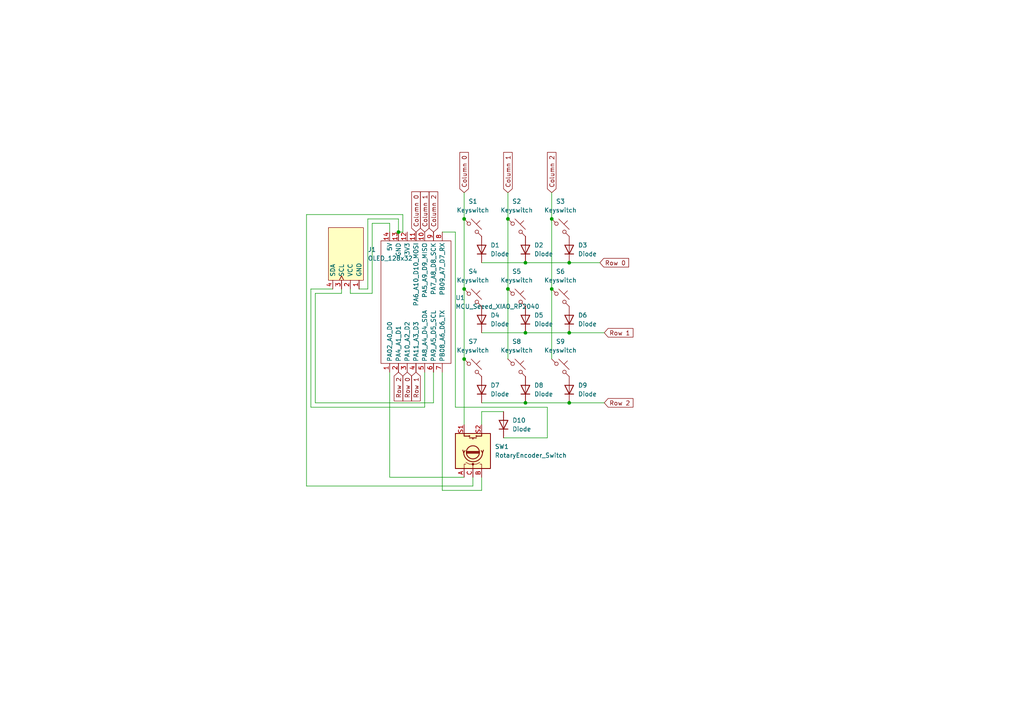
<source format=kicad_sch>
(kicad_sch (version 20231120) (generator "eeschema") (generator_version "8.0")
  (paper "A4")
  (lib_symbols
    (symbol "Device:RotaryEncoder_Switch" (pin_names (offset 0.254) hide)
      (property "Reference" "SW" (at 0 6.604 0))
      (property "Value" "RotaryEncoder_Switch" (at 0 -6.604 0))
      (symbol "RotaryEncoder_Switch_0_1"
        (rectangle (start -5.08 5.08) (end 5.08 -5.08) (stroke (width 0.254)) (fill (type background)))
        (circle (center -3.81 0) (radius 0.254) (fill (type outline)))
        (circle (center -0.381 0) (radius 1.905) (stroke (width 0.254)))
        (arc (start -0.381 2.667) (mid -3.0988 -0.0635) (end -0.381 -2.794) (stroke (width 0.254)))
        (polyline (pts (xy -0.635 -1.778) (xy -0.635 1.778)) (stroke (width 0.254)))
        (polyline (pts (xy -0.381 -1.778) (xy -0.381 1.778)) (stroke (width 0.254)))
        (polyline (pts (xy -0.127 1.778) (xy -0.127 -1.778)) (stroke (width 0.254)))
        (polyline (pts (xy 3.81 0) (xy 3.429 0)) (stroke (width 0.254)))
        (polyline (pts (xy 3.81 1.016) (xy 3.81 -1.016)) (stroke (width 0.254)))
        (polyline (pts (xy -5.08 -2.54) (xy -3.81 -2.54) (xy -3.81 -2.032)))
        (polyline (pts (xy -5.08 2.54) (xy -3.81 2.54) (xy -3.81 2.032)))
        (polyline (pts (xy 0.254 -3.048) (xy -0.508 -2.794) (xy 0.127 -2.413)) (stroke (width 0.254)))
        (polyline (pts (xy 0.254 2.921) (xy -0.508 2.667) (xy 0.127 2.286)) (stroke (width 0.254)))
        (polyline (pts (xy 5.08 -2.54) (xy 4.318 -2.54) (xy 4.318 -1.016)) (stroke (width 0.254)))
        (polyline (pts (xy 5.08 2.54) (xy 4.318 2.54) (xy 4.318 1.016)) (stroke (width 0.254)))
        (polyline (pts (xy -5.08 0) (xy -3.81 0) (xy -3.81 -1.016) (xy -3.302 -2.032)))
        (polyline (pts (xy -4.318 0) (xy -3.81 0) (xy -3.81 1.016) (xy -3.302 2.032)))
        (circle (center 4.318 -1.016) (radius 0.127) (stroke (width 0.254)))
        (circle (center 4.318 1.016) (radius 0.127) (stroke (width 0.254)))
      )
      (symbol "RotaryEncoder_Switch_1_1"
        (pin passive line (at -7.62 2.54 0) (length 2.54) (name "A") (number "A"))
        (pin passive line (at -7.62 -2.54 0) (length 2.54) (name "B") (number "B"))
        (pin passive line (at -7.62 0 0) (length 2.54) (name "C") (number "C"))
        (pin passive line (at 7.62 2.54 180) (length 2.54) (name "S1") (number "S1"))
        (pin passive line (at 7.62 -2.54 180) (length 2.54) (name "S2") (number "S2"))
      )
    )
    (symbol "ScottoKeebs:MCU_Seeed_XIAO_RP2040"
      (property "Reference" "U" (at -16.51 11.43 0))
      (property "Value" "MCU_Seeed_XIAO_RP2040" (at -3.81 -11.43 0))
      (symbol "MCU_Seeed_XIAO_RP2040_0_1"
        (rectangle (start -16.51 10.16) (end 19.05 -10.16))
      )
      (symbol "MCU_Seeed_XIAO_RP2040_1_1"
        (pin passive line (at -19.05 7.62 0) (length 2.54) (name "PA02_A0_D0") (number "1"))
        (pin passive line (at 21.59 -2.54 180) (length 2.54) (name "PA5_A9_D9_MISO") (number "10"))
        (pin passive line (at 21.59 0 180) (length 2.54) (name "PA6_A10_D10_MOSI") (number "11"))
        (pin passive line (at 21.59 2.54 180) (length 2.54) (name "3V3") (number "12"))
        (pin passive line (at 21.59 5.08 180) (length 2.54) (name "GND") (number "13"))
        (pin passive line (at 21.59 7.62 180) (length 2.54) (name "5V") (number "14"))
        (pin passive line (at -19.05 5.08 0) (length 2.54) (name "PA4_A1_D1") (number "2"))
        (pin passive line (at -19.05 2.54 0) (length 2.54) (name "PA10_A2_D2") (number "3"))
        (pin passive line (at -19.05 0 0) (length 2.54) (name "PA11_A3_D3") (number "4"))
        (pin passive line (at -19.05 -2.54 0) (length 2.54) (name "PA8_A4_D4_SDA") (number "5"))
        (pin passive line (at -19.05 -5.08 0) (length 2.54) (name "PA9_A5_D5_SCL") (number "6"))
        (pin passive line (at -19.05 -7.62 0) (length 2.54) (name "PB08_A6_D6_TX") (number "7"))
        (pin passive line (at 21.59 -7.62 180) (length 2.54) (name "PB09_A7_D7_RX") (number "8"))
        (pin passive line (at 21.59 -5.08 180) (length 2.54) (name "PA7_A8_D8_SCK") (number "9"))
      )
    )
    (symbol "ScottoKeebs:OLED_128x32" (pin_names (offset 1.016))
      (property "Reference" "J" (at 0 -6.35 0))
      (property "Value" "OLED_128x32" (at 0 6.35 0))
      (symbol "OLED_128x32_0_1"
        (rectangle (start 0 5.08) (end 15.24 -5.08) (fill (type background)))
      )
      (symbol "OLED_128x32_1_1"
        (pin power_in line (at -2.54 -3.81 0) (length 2.54) (name "GND") (number "1"))
        (pin power_in line (at -2.54 -1.27 0) (length 2.54) (name "VCC") (number "2"))
        (pin input clock (at -2.54 1.27 0) (length 2.54) (name "SCL") (number "3"))
        (pin bidirectional line (at -2.54 3.81 0) (length 2.54) (name "SDA") (number "4"))
      )
    )
    (symbol "ScottoKeebs:Placeholder_Diode" (pin_numbers hide) (pin_names hide)
      (property "Reference" "D" (at 0 2.54 0))
      (property "Value" "Diode" (at 0 -2.54 0))
      (symbol "Placeholder_Diode_0_1"
        (polyline (pts (xy -1.27 1.27) (xy -1.27 -1.27)) (stroke (width 0.254)))
        (polyline (pts (xy 1.27 0) (xy -1.27 0)))
        (polyline (pts (xy 1.27 1.27) (xy 1.27 -1.27) (xy -1.27 0) (xy 1.27 1.27)) (stroke (width 0.254)))
      )
      (symbol "Placeholder_Diode_1_1"
        (pin passive line (at -3.81 0 0) (length 2.54) (name "K") (number "1"))
        (pin passive line (at 3.81 0 180) (length 2.54) (name "A") (number "2"))
      )
    )
    (symbol "ScottoKeebs:Placeholder_Keyswitch" (pin_numbers hide) (pin_names (offset 1.016) hide)
      (property "Reference" "S" (at 3.048 1.016 0))
      (property "Value" "Keyswitch" (at 0 -3.81 0))
      (symbol "Placeholder_Keyswitch_0_1"
        (circle (center -1.1684 1.1684) (radius 0.508))
        (polyline (pts (xy -0.508 2.54) (xy 2.54 -0.508)))
        (polyline (pts (xy 1.016 1.016) (xy 2.032 2.032)))
        (polyline (pts (xy -2.54 2.54) (xy -1.524 1.524) (xy -1.524 1.524)))
        (polyline (pts (xy 1.524 -1.524) (xy 2.54 -2.54) (xy 2.54 -2.54) (xy 2.54 -2.54)))
        (circle (center 1.143 -1.1938) (radius 0.508))
        (pin passive line (at -2.54 2.54 0) (length 0) (name "1") (number "1"))
        (pin passive line (at 2.54 -2.54 180) (length 0) (name "2") (number "2"))
      )
    )
  )
  (junction (at 152.4 76.2))
  (junction (at 147.32 63.5))
  (junction (at 134.62 104.14))
  (junction (at 147.32 83.82))
  (junction (at 152.4 116.84))
  (junction (at 115.57 67.31))
  (junction (at 160.02 63.5))
  (junction (at 134.62 63.5))
  (junction (at 134.62 83.82))
  (junction (at 165.1 116.84))
  (junction (at 165.1 76.2))
  (junction (at 165.1 96.52))
  (junction (at 152.4 96.52))
  (junction (at 160.02 83.82))
  (wire (pts (xy 99.06 83.82) (xy 99.06 85.09)))
  (wire (pts (xy 90.17 118.11) (xy 123.19 118.11)))
  (wire (pts (xy 165.1 96.52) (xy 175.26 96.52)))
  (wire (pts (xy 165.1 116.84) (xy 175.26 116.84)))
  (wire (pts (xy 90.17 83.82) (xy 90.17 118.11)))
  (wire (pts (xy 96.52 83.82) (xy 90.17 83.82)))
  (wire (pts (xy 139.7 116.84) (xy 152.4 116.84)))
  (wire (pts (xy 116.84 62.23) (xy 116.84 67.31)))
  (wire (pts (xy 104.14 83.82) (xy 106.68 83.82)))
  (wire (pts (xy 91.44 116.84) (xy 125.73 116.84)))
  (wire (pts (xy 147.32 63.5) (xy 147.32 83.82)))
  (wire (pts (xy 113.03 138.43) (xy 113.03 107.95)))
  (wire (pts (xy 88.9 140.97) (xy 88.9 62.23)))
  (wire (pts (xy 113.03 64.77) (xy 113.03 67.31)))
  (wire (pts (xy 115.57 63.5) (xy 115.57 67.31)))
  (wire (pts (xy 123.19 118.11) (xy 123.19 107.95)))
  (wire (pts (xy 139.7 96.52) (xy 152.4 96.52)))
  (wire (pts (xy 128.27 142.24) (xy 128.27 107.95)))
  (wire (pts (xy 152.4 116.84) (xy 165.1 116.84)))
  (wire (pts (xy 134.62 55.88) (xy 134.62 63.5)))
  (wire (pts (xy 125.73 116.84) (xy 125.73 107.95)))
  (wire (pts (xy 165.1 76.2) (xy 173.99 76.2)))
  (wire (pts (xy 160.02 55.88) (xy 160.02 63.5)))
  (wire (pts (xy 139.7 138.43) (xy 139.7 142.24)))
  (wire (pts (xy 134.62 138.43) (xy 113.03 138.43)))
  (wire (pts (xy 132.08 67.31) (xy 128.27 67.31)))
  (wire (pts (xy 134.62 104.14) (xy 134.62 123.19)))
  (wire (pts (xy 147.32 55.88) (xy 147.32 63.5)))
  (wire (pts (xy 146.05 127) (xy 158.75 127)))
  (wire (pts (xy 152.4 76.2) (xy 165.1 76.2)))
  (wire (pts (xy 152.4 96.52) (xy 165.1 96.52)))
  (wire (pts (xy 160.02 83.82) (xy 160.02 104.14)))
  (wire (pts (xy 101.6 85.09) (xy 107.95 85.09)))
  (wire (pts (xy 160.02 63.5) (xy 160.02 83.82)))
  (wire (pts (xy 158.75 127) (xy 158.75 118.11)))
  (wire (pts (xy 139.7 76.2) (xy 152.4 76.2)))
  (wire (pts (xy 99.06 85.09) (xy 91.44 85.09)))
  (wire (pts (xy 107.95 64.77) (xy 113.03 64.77)))
  (wire (pts (xy 134.62 63.5) (xy 134.62 83.82)))
  (wire (pts (xy 139.7 123.19) (xy 139.7 119.38)))
  (wire (pts (xy 106.68 83.82) (xy 106.68 63.5)))
  (wire (pts (xy 106.68 63.5) (xy 115.57 63.5)))
  (wire (pts (xy 91.44 85.09) (xy 91.44 116.84)))
  (wire (pts (xy 139.7 142.24) (xy 128.27 142.24)))
  (wire (pts (xy 137.16 138.43) (xy 137.16 140.97)))
  (wire (pts (xy 139.7 119.38) (xy 146.05 119.38)))
  (wire (pts (xy 116.84 67.31) (xy 115.57 67.31)))
  (wire (pts (xy 88.9 62.23) (xy 116.84 62.23)))
  (wire (pts (xy 147.32 83.82) (xy 147.32 104.14)))
  (wire (pts (xy 134.62 83.82) (xy 134.62 104.14)))
  (wire (pts (xy 107.95 85.09) (xy 107.95 64.77)))
  (wire (pts (xy 137.16 140.97) (xy 88.9 140.97)))
  (wire (pts (xy 158.75 118.11) (xy 132.08 118.11)))
  (wire (pts (xy 132.08 118.11) (xy 132.08 67.31)))
  (wire (pts (xy 101.6 83.82) (xy 101.6 85.09)))
  (global_label "Column 2" (shape input) (at 160.02 55.88 90) (property "Intersheetrefs" "${INTERSHEET_REFS}" (effects (hide yes))))
  (global_label "Row 1" (shape input) (at 120.65 107.95 270) (property "Intersheetrefs" "${INTERSHEET_REFS}" (effects (hide yes))))
  (global_label "Row 0" (shape input) (at 173.99 76.2 0) (property "Intersheetrefs" "${INTERSHEET_REFS}" (effects (hide yes))))
  (global_label "Row 2" (shape input) (at 115.57 107.95 270) (property "Intersheetrefs" "${INTERSHEET_REFS}" (effects (hide yes))))
  (global_label "Column 1" (shape input) (at 123.19 67.31 90) (property "Intersheetrefs" "${INTERSHEET_REFS}" (effects (hide yes))))
  (global_label "Column 0" (shape input) (at 134.62 55.88 90) (property "Intersheetrefs" "${INTERSHEET_REFS}" (effects (hide yes))))
  (global_label "Row 0" (shape input) (at 118.11 107.95 270) (property "Intersheetrefs" "${INTERSHEET_REFS}" (effects (hide yes))))
  (global_label "Row 2" (shape input) (at 175.26 116.84 0) (property "Intersheetrefs" "${INTERSHEET_REFS}" (effects (hide yes))))
  (global_label "Row 1" (shape input) (at 175.26 96.52 0) (property "Intersheetrefs" "${INTERSHEET_REFS}" (effects (hide yes))))
  (global_label "Column 2" (shape input) (at 125.73 67.31 90) (property "Intersheetrefs" "${INTERSHEET_REFS}" (effects (hide yes))))
  (global_label "Column 1" (shape input) (at 147.32 55.88 90) (property "Intersheetrefs" "${INTERSHEET_REFS}" (effects (hide yes))))
  (global_label "Column 0" (shape input) (at 120.65 67.31 90) (property "Intersheetrefs" "${INTERSHEET_REFS}" (effects (hide yes))))
  (symbol (lib_id "ScottoKeebs:Placeholder_Keyswitch") (at 137.16 106.68 0) (unit 1)
    (property "Reference" "S7" (at 137.16 99.06 0))
    (property "Value" "Keyswitch" (at 137.16 101.6 0))
    (property "Footprint" "Button_Switch_Keyboard:SW_Cherry_MX_1.00u_PCB" (effects (hide yes)))
    (property "Description" "Push button switch, normally open, two pins, 45° tilted" (effects (hide yes)))
  )
  (symbol (lib_id "ScottoKeebs:OLED_128x32") (at 100.33 81.28 90) (unit 1)
    (property "Reference" "J1" (at 106.68 72.3899 90) (effects (justify right)))
    (property "Value" "OLED_128x32" (at 106.68 74.9299 90) (effects (justify right)))
    (property "Footprint" "ScottoKeebs_Components:OLED_128x32" (effects (hide yes)))
  )
  (symbol (lib_id "Device:RotaryEncoder_Switch") (at 137.16 130.81 90) (unit 1)
    (property "Reference" "SW1" (at 143.51 129.5399 90) (effects (justify right)))
    (property "Value" "RotaryEncoder_Switch" (at 143.51 132.0799 90) (effects (justify right)))
    (property "Footprint" "Rotary_Encoder:RotaryEncoder_Alps_EC11E-Switch_Vertical_H20mm" (effects (hide yes)))
    (property "Description" "Rotary encoder, dual channel, incremental quadrate outputs, with switch" (effects (hide yes)))
  )
  (symbol (lib_id "ScottoKeebs:Placeholder_Diode") (at 152.4 92.71 90) (unit 1)
    (property "Reference" "D5" (at 154.94 91.4399 90) (effects (justify right)))
    (property "Value" "Diode" (at 154.94 93.9799 90) (effects (justify right)))
    (property "Footprint" "ScottoKeebs_Components:Diode_DO-35" (effects (hide yes)))
    (property "Description" "1N4148 (DO-35) or 1N4148W (SOD-123)" (effects (hide yes)))
    (property "Sim.Device" "D" (effects (hide yes)))
    (property "Sim.Pins" "1=K 2=A" (effects (hide yes)))
  )
  (symbol (lib_id "ScottoKeebs:Placeholder_Diode") (at 139.7 72.39 90) (unit 1)
    (property "Reference" "D1" (at 142.24 71.1199 90) (effects (justify right)))
    (property "Value" "Diode" (at 142.24 73.6599 90) (effects (justify right)))
    (property "Footprint" "ScottoKeebs_Components:Diode_DO-35" (effects (hide yes)))
    (property "Description" "1N4148 (DO-35) or 1N4148W (SOD-123)" (effects (hide yes)))
    (property "Sim.Device" "D" (effects (hide yes)))
    (property "Sim.Pins" "1=K 2=A" (effects (hide yes)))
  )
  (symbol (lib_id "ScottoKeebs:Placeholder_Diode") (at 152.4 113.03 90) (unit 1)
    (property "Reference" "D8" (at 154.94 111.7599 90) (effects (justify right)))
    (property "Value" "Diode" (at 154.94 114.2999 90) (effects (justify right)))
    (property "Footprint" "ScottoKeebs_Components:Diode_DO-35" (effects (hide yes)))
    (property "Description" "1N4148 (DO-35) or 1N4148W (SOD-123)" (effects (hide yes)))
    (property "Sim.Device" "D" (effects (hide yes)))
    (property "Sim.Pins" "1=K 2=A" (effects (hide yes)))
  )
  (symbol (lib_id "ScottoKeebs:Placeholder_Keyswitch") (at 162.56 106.68 0) (unit 1)
    (property "Reference" "S9" (at 162.56 99.06 0))
    (property "Value" "Keyswitch" (at 162.56 101.6 0))
    (property "Footprint" "Button_Switch_Keyboard:SW_Cherry_MX_1.00u_PCB" (effects (hide yes)))
    (property "Description" "Push button switch, normally open, two pins, 45° tilted" (effects (hide yes)))
  )
  (symbol (lib_id "ScottoKeebs:Placeholder_Diode") (at 139.7 92.71 90) (unit 1)
    (property "Reference" "D4" (at 142.24 91.4399 90) (effects (justify right)))
    (property "Value" "Diode" (at 142.24 93.9799 90) (effects (justify right)))
    (property "Footprint" "ScottoKeebs_Components:Diode_DO-35" (effects (hide yes)))
    (property "Description" "1N4148 (DO-35) or 1N4148W (SOD-123)" (effects (hide yes)))
    (property "Sim.Device" "D" (effects (hide yes)))
    (property "Sim.Pins" "1=K 2=A" (effects (hide yes)))
  )
  (symbol (lib_id "ScottoKeebs:Placeholder_Diode") (at 139.7 113.03 90) (unit 1)
    (property "Reference" "D7" (at 142.24 111.7599 90) (effects (justify right)))
    (property "Value" "Diode" (at 142.24 114.2999 90) (effects (justify right)))
    (property "Footprint" "ScottoKeebs_Components:Diode_DO-35" (effects (hide yes)))
    (property "Description" "1N4148 (DO-35) or 1N4148W (SOD-123)" (effects (hide yes)))
    (property "Sim.Device" "D" (effects (hide yes)))
    (property "Sim.Pins" "1=K 2=A" (effects (hide yes)))
  )
  (symbol (lib_id "ScottoKeebs:Placeholder_Diode") (at 165.1 72.39 90) (unit 1)
    (property "Reference" "D3" (at 167.64 71.1199 90) (effects (justify right)))
    (property "Value" "Diode" (at 167.64 73.6599 90) (effects (justify right)))
    (property "Footprint" "ScottoKeebs_Components:Diode_DO-35" (effects (hide yes)))
    (property "Description" "1N4148 (DO-35) or 1N4148W (SOD-123)" (effects (hide yes)))
    (property "Sim.Device" "D" (effects (hide yes)))
    (property "Sim.Pins" "1=K 2=A" (effects (hide yes)))
  )
  (symbol (lib_id "ScottoKeebs:Placeholder_Keyswitch") (at 149.86 66.04 0) (unit 1)
    (property "Reference" "S2" (at 149.86 58.42 0))
    (property "Value" "Keyswitch" (at 149.86 60.96 0))
    (property "Footprint" "Button_Switch_Keyboard:SW_Cherry_MX_1.00u_PCB" (effects (hide yes)))
    (property "Description" "Push button switch, normally open, two pins, 45° tilted" (effects (hide yes)))
  )
  (symbol (lib_id "ScottoKeebs:Placeholder_Diode") (at 152.4 72.39 90) (unit 1)
    (property "Reference" "D2" (at 154.94 71.1199 90) (effects (justify right)))
    (property "Value" "Diode" (at 154.94 73.6599 90) (effects (justify right)))
    (property "Footprint" "ScottoKeebs_Components:Diode_DO-35" (effects (hide yes)))
    (property "Description" "1N4148 (DO-35) or 1N4148W (SOD-123)" (effects (hide yes)))
    (property "Sim.Device" "D" (effects (hide yes)))
    (property "Sim.Pins" "1=K 2=A" (effects (hide yes)))
  )
  (symbol (lib_id "ScottoKeebs:Placeholder_Keyswitch") (at 162.56 66.04 0) (unit 1)
    (property "Reference" "S3" (at 162.56 58.42 0))
    (property "Value" "Keyswitch" (at 162.56 60.96 0))
    (property "Footprint" "Button_Switch_Keyboard:SW_Cherry_MX_1.00u_PCB" (effects (hide yes)))
    (property "Description" "Push button switch, normally open, two pins, 45° tilted" (effects (hide yes)))
  )
  (symbol (lib_id "ScottoKeebs:Placeholder_Diode") (at 165.1 113.03 90) (unit 1)
    (property "Reference" "D9" (at 167.64 111.7599 90) (effects (justify right)))
    (property "Value" "Diode" (at 167.64 114.2999 90) (effects (justify right)))
    (property "Footprint" "ScottoKeebs_Components:Diode_DO-35" (effects (hide yes)))
    (property "Description" "1N4148 (DO-35) or 1N4148W (SOD-123)" (effects (hide yes)))
    (property "Sim.Device" "D" (effects (hide yes)))
    (property "Sim.Pins" "1=K 2=A" (effects (hide yes)))
  )
  (symbol (lib_id "ScottoKeebs:Placeholder_Keyswitch") (at 137.16 86.36 0) (unit 1)
    (property "Reference" "S4" (at 137.16 78.74 0))
    (property "Value" "Keyswitch" (at 137.16 81.28 0))
    (property "Footprint" "Button_Switch_Keyboard:SW_Cherry_MX_1.00u_PCB" (effects (hide yes)))
    (property "Description" "Push button switch, normally open, two pins, 45° tilted" (effects (hide yes)))
  )
  (symbol (lib_id "ScottoKeebs:Placeholder_Diode") (at 165.1 92.71 90) (unit 1)
    (property "Reference" "D6" (at 167.64 91.4399 90) (effects (justify right)))
    (property "Value" "Diode" (at 167.64 93.9799 90) (effects (justify right)))
    (property "Footprint" "ScottoKeebs_Components:Diode_DO-35" (effects (hide yes)))
    (property "Description" "1N4148 (DO-35) or 1N4148W (SOD-123)" (effects (hide yes)))
    (property "Sim.Device" "D" (effects (hide yes)))
    (property "Sim.Pins" "1=K 2=A" (effects (hide yes)))
  )
  (symbol (lib_id "ScottoKeebs:Placeholder_Diode") (at 146.05 123.19 90) (unit 1)
    (property "Reference" "D10" (at 148.59 121.9199 90) (effects (justify right)))
    (property "Value" "Diode" (at 148.59 124.4599 90) (effects (justify right)))
    (property "Footprint" "ScottoKeebs_Components:Diode_DO-35" (effects (hide yes)))
    (property "Description" "1N4148 (DO-35) or 1N4148W (SOD-123)" (effects (hide yes)))
    (property "Sim.Device" "D" (effects (hide yes)))
    (property "Sim.Pins" "1=K 2=A" (effects (hide yes)))
  )
  (symbol (lib_id "ScottoKeebs:MCU_Seeed_XIAO_RP2040") (at 120.65 88.9 90) (unit 1)
    (property "Reference" "U1" (at 132.08 86.3599 90) (effects (justify right)))
    (property "Value" "MCU_Seeed_XIAO_RP2040" (at 132.08 88.8999 90) (effects (justify right)))
    (property "Footprint" "ScottoKeebs_MCU:Seeed_XIAO_RP2040" (effects (hide yes)))
  )
  (symbol (lib_id "ScottoKeebs:Placeholder_Keyswitch") (at 149.86 106.68 0) (unit 1)
    (property "Reference" "S8" (at 149.86 99.06 0))
    (property "Value" "Keyswitch" (at 149.86 101.6 0))
    (property "Footprint" "Button_Switch_Keyboard:SW_Cherry_MX_1.00u_PCB" (effects (hide yes)))
    (property "Description" "Push button switch, normally open, two pins, 45° tilted" (effects (hide yes)))
  )
  (symbol (lib_id "ScottoKeebs:Placeholder_Keyswitch") (at 149.86 86.36 0) (unit 1)
    (property "Reference" "S5" (at 149.86 78.74 0))
    (property "Value" "Keyswitch" (at 149.86 81.28 0))
    (property "Footprint" "Button_Switch_Keyboard:SW_Cherry_MX_1.00u_PCB" (effects (hide yes)))
    (property "Description" "Push button switch, normally open, two pins, 45° tilted" (effects (hide yes)))
  )
  (symbol (lib_id "ScottoKeebs:Placeholder_Keyswitch") (at 137.16 66.04 0) (unit 1)
    (property "Reference" "S1" (at 137.16 58.42 0))
    (property "Value" "Keyswitch" (at 137.16 60.96 0))
    (property "Footprint" "Button_Switch_Keyboard:SW_Cherry_MX_1.00u_PCB" (effects (hide yes)))
    (property "Description" "Push button switch, normally open, two pins, 45° tilted" (effects (hide yes)))
  )
  (symbol (lib_id "ScottoKeebs:Placeholder_Keyswitch") (at 162.56 86.36 0) (unit 1)
    (property "Reference" "S6" (at 162.56 78.74 0))
    (property "Value" "Keyswitch" (at 162.56 81.28 0))
    (property "Footprint" "Button_Switch_Keyboard:SW_Cherry_MX_1.00u_PCB" (effects (hide yes)))
    (property "Description" "Push button switch, normally open, two pins, 45° tilted" (effects (hide yes)))
  )
)
</source>
